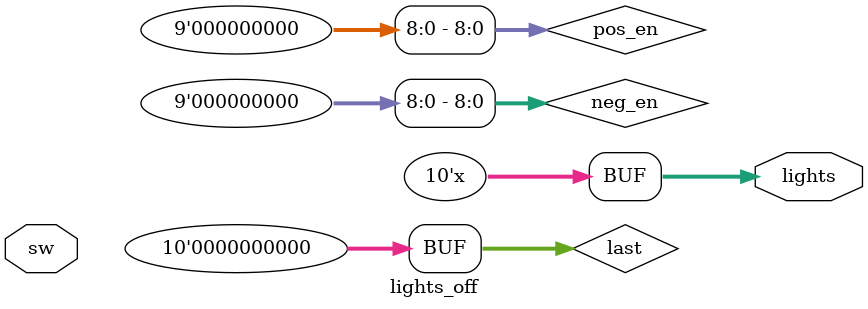
<source format=sv>
module lights_off(sw, lights);
	reg [9:0] pos_en = 10'b0000000000;
	reg [9:0] neg_en = 10'b0000000000;
	input [9:0] sw;
	reg [9:0] last = 10'b0000000000;
	output reg [9:0] lights = 10'b0000000000;
	parameter [9:0] 
		c9 = 10'b1100000000,
		c8 = 10'b1110000000,
		c7 = 10'b0111000000;
		
	
	always@(posedge sw[9])
	begin 
		pos_en[9] = ~pos_en[9];
	end	
	
	always @(negedge sw[9])
	begin
		neg_en[9] = ~neg_en[9];
	end
	
	wire sel = pos_en[9] ^ neg_en[9];
	
	always @ (pos_en)
	begin
		begin lights = lights ^ c9; end
	end
endmodule

</source>
